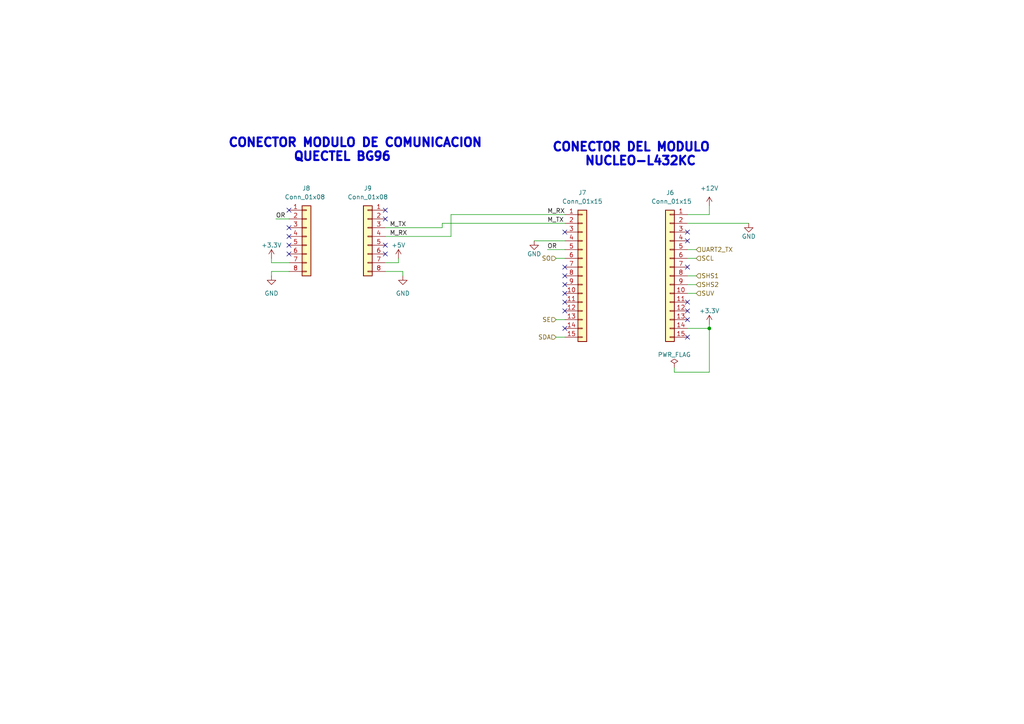
<source format=kicad_sch>
(kicad_sch (version 20230121) (generator eeschema)
  (paper "A4")
  (lib_symbols
    (symbol "Connector_Generic:Conn_01x08" (pin_names (offset 1.016) hide)
      (property "Reference" "J" (at 0 10.16 0))
      (property "Value" "Conn_01x08" (at 0 -12.7 0))
      (symbol "Conn_01x08_1_1"
        (rectangle (start -1.27 -10.033) (end 0 -10.287) (stroke (width 0.1524)))
        (rectangle (start -1.27 -7.493) (end 0 -7.747) (stroke (width 0.1524)))
        (rectangle (start -1.27 -4.953) (end 0 -5.207) (stroke (width 0.1524)))
        (rectangle (start -1.27 -2.413) (end 0 -2.667) (stroke (width 0.1524)))
        (rectangle (start -1.27 0.127) (end 0 -0.127) (stroke (width 0.1524)))
        (rectangle (start -1.27 2.667) (end 0 2.413) (stroke (width 0.1524)))
        (rectangle (start -1.27 5.207) (end 0 4.953) (stroke (width 0.1524)))
        (rectangle (start -1.27 7.747) (end 0 7.493) (stroke (width 0.1524)))
        (rectangle (start -1.27 8.89) (end 1.27 -11.43) (stroke (width 0.254)) (fill (type background)))
        (pin passive line (at -5.08 7.62 0) (length 3.81) (name "Pin_1") (number "1"))
        (pin passive line (at -5.08 5.08 0) (length 3.81) (name "Pin_2") (number "2"))
        (pin passive line (at -5.08 2.54 0) (length 3.81) (name "Pin_3") (number "3"))
        (pin passive line (at -5.08 0 0) (length 3.81) (name "Pin_4") (number "4"))
        (pin passive line (at -5.08 -2.54 0) (length 3.81) (name "Pin_5") (number "5"))
        (pin passive line (at -5.08 -5.08 0) (length 3.81) (name "Pin_6") (number "6"))
        (pin passive line (at -5.08 -7.62 0) (length 3.81) (name "Pin_7") (number "7"))
        (pin passive line (at -5.08 -10.16 0) (length 3.81) (name "Pin_8") (number "8"))
      )
    )
    (symbol "Connector_Generic:Conn_01x15" (pin_names (offset 1.016) hide)
      (property "Reference" "J" (at 0 20.32 0))
      (property "Value" "Conn_01x15" (at 0 -20.32 0))
      (symbol "Conn_01x15_1_1"
        (rectangle (start -1.27 -17.653) (end 0 -17.907) (stroke (width 0.1524)))
        (rectangle (start -1.27 -15.113) (end 0 -15.367) (stroke (width 0.1524)))
        (rectangle (start -1.27 -12.573) (end 0 -12.827) (stroke (width 0.1524)))
        (rectangle (start -1.27 -10.033) (end 0 -10.287) (stroke (width 0.1524)))
        (rectangle (start -1.27 -7.493) (end 0 -7.747) (stroke (width 0.1524)))
        (rectangle (start -1.27 -4.953) (end 0 -5.207) (stroke (width 0.1524)))
        (rectangle (start -1.27 -2.413) (end 0 -2.667) (stroke (width 0.1524)))
        (rectangle (start -1.27 0.127) (end 0 -0.127) (stroke (width 0.1524)))
        (rectangle (start -1.27 2.667) (end 0 2.413) (stroke (width 0.1524)))
        (rectangle (start -1.27 5.207) (end 0 4.953) (stroke (width 0.1524)))
        (rectangle (start -1.27 7.747) (end 0 7.493) (stroke (width 0.1524)))
        (rectangle (start -1.27 10.287) (end 0 10.033) (stroke (width 0.1524)))
        (rectangle (start -1.27 12.827) (end 0 12.573) (stroke (width 0.1524)))
        (rectangle (start -1.27 15.367) (end 0 15.113) (stroke (width 0.1524)))
        (rectangle (start -1.27 17.907) (end 0 17.653) (stroke (width 0.1524)))
        (rectangle (start -1.27 19.05) (end 1.27 -19.05) (stroke (width 0.254)) (fill (type background)))
        (pin passive line (at -5.08 17.78 0) (length 3.81) (name "Pin_1") (number "1"))
        (pin passive line (at -5.08 -5.08 0) (length 3.81) (name "Pin_10") (number "10"))
        (pin passive line (at -5.08 -7.62 0) (length 3.81) (name "Pin_11") (number "11"))
        (pin passive line (at -5.08 -10.16 0) (length 3.81) (name "Pin_12") (number "12"))
        (pin passive line (at -5.08 -12.7 0) (length 3.81) (name "Pin_13") (number "13"))
        (pin passive line (at -5.08 -15.24 0) (length 3.81) (name "Pin_14") (number "14"))
        (pin passive line (at -5.08 -17.78 0) (length 3.81) (name "Pin_15") (number "15"))
        (pin passive line (at -5.08 15.24 0) (length 3.81) (name "Pin_2") (number "2"))
        (pin passive line (at -5.08 12.7 0) (length 3.81) (name "Pin_3") (number "3"))
        (pin passive line (at -5.08 10.16 0) (length 3.81) (name "Pin_4") (number "4"))
        (pin passive line (at -5.08 7.62 0) (length 3.81) (name "Pin_5") (number "5"))
        (pin passive line (at -5.08 5.08 0) (length 3.81) (name "Pin_6") (number "6"))
        (pin passive line (at -5.08 2.54 0) (length 3.81) (name "Pin_7") (number "7"))
        (pin passive line (at -5.08 0 0) (length 3.81) (name "Pin_8") (number "8"))
        (pin passive line (at -5.08 -2.54 0) (length 3.81) (name "Pin_9") (number "9"))
      )
    )
    (symbol "power:+12V" (power) (pin_names (offset 0))
      (property "Value" "+12V" (at 0 3.556 0))
      (symbol "+12V_0_1"
        (polyline (pts (xy -0.762 1.27) (xy 0 2.54)))
        (polyline (pts (xy 0 0) (xy 0 2.54)))
        (polyline (pts (xy 0 2.54) (xy 0.762 1.27)))
      )
      (symbol "+12V_1_1"
        (pin power_in line (at 0 0 90) (length 0) hide (name "+12V") (number "1"))
      )
    )
    (symbol "power:+3.3V" (power) (pin_names (offset 0))
      (property "Value" "+3.3V" (at 0 3.556 0))
      (symbol "+3.3V_0_1"
        (polyline (pts (xy -0.762 1.27) (xy 0 2.54)))
        (polyline (pts (xy 0 0) (xy 0 2.54)))
        (polyline (pts (xy 0 2.54) (xy 0.762 1.27)))
      )
      (symbol "+3.3V_1_1"
        (pin power_in line (at 0 0 90) (length 0) hide (name "+3.3V") (number "1"))
      )
    )
    (symbol "power:+5V" (power) (pin_names (offset 0))
      (property "Value" "+5V" (at 0 3.556 0))
      (symbol "+5V_0_1"
        (polyline (pts (xy -0.762 1.27) (xy 0 2.54)))
        (polyline (pts (xy 0 0) (xy 0 2.54)))
        (polyline (pts (xy 0 2.54) (xy 0.762 1.27)))
      )
      (symbol "+5V_1_1"
        (pin power_in line (at 0 0 90) (length 0) hide (name "+5V") (number "1"))
      )
    )
    (symbol "power:GND" (power) (pin_names (offset 0))
      (property "Value" "GND" (at 0 -3.81 0))
      (symbol "GND_0_1"
        (polyline (pts (xy 0 0) (xy 0 -1.27) (xy 1.27 -1.27) (xy 0 -2.54) (xy -1.27 -1.27) (xy 0 -1.27)))
      )
      (symbol "GND_1_1"
        (pin power_in line (at 0 0 270) (length 0) hide (name "GND") (number "1"))
      )
    )
    (symbol "power:PWR_FLAG" (power) (pin_numbers hide) (pin_names (offset 0) hide)
      (property "Value" "PWR_FLAG" (at 0 3.81 0))
      (symbol "PWR_FLAG_0_0"
        (pin power_out line (at 0 0 90) (length 0) (name "pwr") (number "1"))
      )
      (symbol "PWR_FLAG_0_1"
        (polyline (pts (xy 0 0) (xy 0 1.27) (xy -1.016 1.905) (xy 0 2.54) (xy 1.016 1.905) (xy 0 1.27)))
      )
    )
  )
  (junction (at 205.74 95.25))
  (no_connect (at 111.76 73.66))
  (no_connect (at 83.82 60.96))
  (no_connect (at 163.83 90.17))
  (no_connect (at 83.82 68.58))
  (no_connect (at 199.39 69.85))
  (no_connect (at 199.39 67.31))
  (no_connect (at 111.76 60.96))
  (no_connect (at 83.82 66.04))
  (no_connect (at 199.39 90.17))
  (no_connect (at 199.39 92.71))
  (no_connect (at 199.39 77.47))
  (no_connect (at 163.83 67.31))
  (no_connect (at 163.83 82.55))
  (no_connect (at 163.83 77.47))
  (no_connect (at 163.83 85.09))
  (no_connect (at 199.39 97.79))
  (no_connect (at 111.76 71.12))
  (no_connect (at 163.83 95.25))
  (no_connect (at 199.39 87.63))
  (no_connect (at 83.82 71.12))
  (no_connect (at 83.82 73.66))
  (no_connect (at 111.76 63.5))
  (no_connect (at 163.83 80.01))
  (no_connect (at 163.83 87.63))
  (wire (pts (xy 161.29 97.79) (xy 163.83 97.79)))
  (wire (pts (xy 205.74 95.25) (xy 205.74 93.98)))
  (wire (pts (xy 201.93 74.93) (xy 199.39 74.93)))
  (wire (pts (xy 201.93 72.39) (xy 199.39 72.39)))
  (wire (pts (xy 116.84 78.74) (xy 116.84 80.01)))
  (wire (pts (xy 161.29 92.71) (xy 163.83 92.71)))
  (wire (pts (xy 195.58 107.95) (xy 205.74 107.95)))
  (wire (pts (xy 201.93 85.09) (xy 199.39 85.09)))
  (wire (pts (xy 217.17 64.77) (xy 199.39 64.77)))
  (wire (pts (xy 199.39 62.23) (xy 205.74 62.23)))
  (wire (pts (xy 111.76 78.74) (xy 116.84 78.74)))
  (wire (pts (xy 130.81 62.23) (xy 163.83 62.23)))
  (wire (pts (xy 205.74 107.95) (xy 205.74 95.25)))
  (wire (pts (xy 111.76 76.2) (xy 115.57 76.2)))
  (wire (pts (xy 128.27 64.77) (xy 163.83 64.77)))
  (wire (pts (xy 111.76 68.58) (xy 130.81 68.58)))
  (wire (pts (xy 115.57 76.2) (xy 115.57 74.93)))
  (wire (pts (xy 128.27 64.77) (xy 128.27 66.04)))
  (wire (pts (xy 83.82 78.74) (xy 78.74 78.74)))
  (wire (pts (xy 195.58 106.68) (xy 195.58 107.95)))
  (wire (pts (xy 83.82 76.2) (xy 78.74 76.2)))
  (wire (pts (xy 78.74 78.74) (xy 78.74 80.01)))
  (wire (pts (xy 158.75 72.39) (xy 163.83 72.39)))
  (wire (pts (xy 111.76 66.04) (xy 128.27 66.04)))
  (wire (pts (xy 78.74 76.2) (xy 78.74 74.93)))
  (wire (pts (xy 201.93 82.55) (xy 199.39 82.55)))
  (wire (pts (xy 201.93 80.01) (xy 199.39 80.01)))
  (wire (pts (xy 199.39 95.25) (xy 205.74 95.25)))
  (wire (pts (xy 205.74 62.23) (xy 205.74 59.69)))
  (wire (pts (xy 130.81 62.23) (xy 130.81 68.58)))
  (wire (pts (xy 163.83 69.85) (xy 154.94 69.85)))
  (wire (pts (xy 161.29 74.93) (xy 163.83 74.93)))
  (wire (pts (xy 80.01 63.5) (xy 83.82 63.5)))
  (text "CONECTOR DEL MODULO \n	NUCLEO-L432KC\n" (at 160.02 48.26 0) (effects (font (size 2.5 2.5) (thickness 0.6) bold) (justify left bottom)))
  (text "CONECTOR MODULO DE COMUNICACION \n	     QUECTEL BG96\n" (at 66.04 46.99 0) (effects (font (size 2.5 2.5) (thickness 0.6) bold) (justify left bottom)))
  (label "M_TX" (at 158.75 64.77 0))
  (label "M_RX" (at 113.03 68.58 0))
  (label "OR" (at 80.01 63.5 0))
  (label "M_RX" (at 158.75 62.23 0))
  (label "M_TX" (at 113.03 66.04 0))
  (label "OR" (at 158.75 72.39 0))
  (hierarchical_label "SHS1" (shape input) (at 201.93 80.01 0))
  (hierarchical_label "SUV" (shape input) (at 201.93 85.09 0))
  (hierarchical_label "SCL" (shape input) (at 201.93 74.93 0))
  (hierarchical_label "SO" (shape input) (at 161.29 74.93 180))
  (hierarchical_label "SDA" (shape input) (at 161.29 97.79 180))
  (hierarchical_label "SE" (shape input) (at 161.29 92.71 180))
  (hierarchical_label "SHS2" (shape input) (at 201.93 82.55 0))
  (hierarchical_label "UART2_TX" (shape input) (at 201.93 72.39 0))
  (symbol (lib_id "power:GND") (at 154.94 69.85 0) (mirror y) (unit 1)
    (property "Reference" "#PWR014" (effects hide))
    (property "Value" "GND" (at 154.94 73.66 0))
    (instances (project "board_pf_cese" (path "" (reference "#PWR014") (unit 1)) (path "" (reference "#PWR028") (unit 1))))
  )
  (symbol (lib_id "power:+12V") (at 205.74 59.69 0) (unit 1)
    (property "Reference" "#PWR018" (effects hide))
    (property "Value" "+12V" (at 205.74 54.61 0))
    (instances (project "board_pf_cese" (path "" (reference "#PWR018") (unit 1)) (path "" (reference "#PWR029") (unit 1))))
  )
  (symbol (lib_id "power:PWR_FLAG") (at 195.58 106.68 0) (unit 1)
    (property "Reference" "#FLG04" (effects hide))
    (property "Value" "PWR_FLAG" (at 195.58 102.87 0))
    (instances (project "board_pf_cese" (path "" (reference "#FLG04") (unit 1)) (path "" (reference "#FLG01") (unit 1))))
  )
  (symbol (lib_id "power:+3.3V") (at 78.74 74.93 0) (unit 1)
    (property "Reference" "#PWR015" (effects hide))
    (property "Value" "+3.3V" (at 78.74 71.12 0))
    (instances (project "board_pf_cese" (path "" (reference "#PWR015") (unit 1)) (path "" (reference "#PWR017") (unit 1))))
  )
  (symbol (lib_id "Connector_Generic:Conn_01x08") (at 88.9 68.58 0) (unit 1)
    (property "Reference" "J8" (at 87.63 54.61 0) (effects (justify left)))
    (property "Value" "Conn_01x08" (at 82.55 57.15 0) (effects (justify left)))
    (property "Footprint" "Connector_PinSocket_2.54mm:PinSocket_1x08_P2.54mm_Vertical" (effects hide))
  )
  (symbol (lib_id "power:GND") (at 217.17 64.77 0) (mirror y) (unit 1)
    (property "Reference" "#PWR011" (effects hide))
    (property "Value" "GND" (at 217.17 68.58 0))
    (instances (project "board_pf_cese" (path "" (reference "#PWR011") (unit 1)) (path "" (reference "#PWR031") (unit 1))))
  )
  (symbol (lib_id "power:GND") (at 116.84 80.01 0) (unit 1)
    (property "Reference" "#PWR020" (effects hide))
    (property "Value" "GND" (at 116.84 85.09 0))
    (instances (project "board_pf_cese" (path "" (reference "#PWR020") (unit 1)) (path "" (reference "#PWR027") (unit 1))))
  )
  (symbol (lib_id "Connector_Generic:Conn_01x08") (at 106.68 68.58 0) (mirror y) (unit 1)
    (property "Reference" "J9" (at 106.68 54.61 0))
    (property "Value" "Conn_01x08" (at 106.68 57.15 0))
    (property "Footprint" "Connector_PinSocket_2.54mm:PinSocket_1x08_P2.54mm_Vertical" (effects hide))
  )
  (symbol (lib_id "Connector_Generic:Conn_01x15") (at 194.31 80.01 0) (mirror y) (unit 1)
    (property "Reference" "J6" (at 195.58 55.88 0) (effects (justify left)))
    (property "Value" "Conn_01x15" (at 200.66 58.42 0) (effects (justify left)))
    (property "Footprint" "Connector_PinSocket_2.54mm:PinSocket_1x15_P2.54mm_Vertical" (effects hide))
    (instances (project "board_pf_cese" (path "" (reference "J6") (unit 1)) (path "" (reference "J13") (unit 1))))
  )
  (symbol (lib_id "power:GND") (at 78.74 80.01 0) (unit 1)
    (property "Reference" "#PWR016" (effects hide))
    (property "Value" "GND" (at 78.74 85.09 0))
    (instances (project "board_pf_cese" (path "" (reference "#PWR016") (unit 1)) (path "" (reference "#PWR019") (unit 1))))
  )
  (symbol (lib_id "power:+5V") (at 115.57 74.93 0) (unit 1)
    (property "Reference" "#PWR012" (effects hide))
    (property "Value" "+5V" (at 115.57 71.12 0))
    (instances (project "board_pf_cese" (path "" (reference "#PWR012") (unit 1)) (path "" (reference "#PWR023") (unit 1))))
  )
  (symbol (lib_id "Connector_Generic:Conn_01x15") (at 168.91 80.01 0) (unit 1)
    (property "Reference" "J7" (at 168.91 55.88 0))
    (property "Value" "Conn_01x15" (at 168.91 58.42 0))
    (property "Footprint" "Connector_PinSocket_2.54mm:PinSocket_1x15_P2.54mm_Vertical" (effects hide))
    (instances (project "board_pf_cese" (path "" (reference "J7") (unit 1)) (path "" (reference "J12") (unit 1))))
  )
  (symbol (lib_id "power:+3.3V") (at 205.74 93.98 0) (mirror y) (unit 1)
    (property "Reference" "#PWR013" (effects hide))
    (property "Value" "+3.3V" (at 205.74 90.17 0))
    (instances (project "board_pf_cese" (path "" (reference "#PWR013") (unit 1)) (path "" (reference "#PWR030") (unit 1))))
  )
)
</source>
